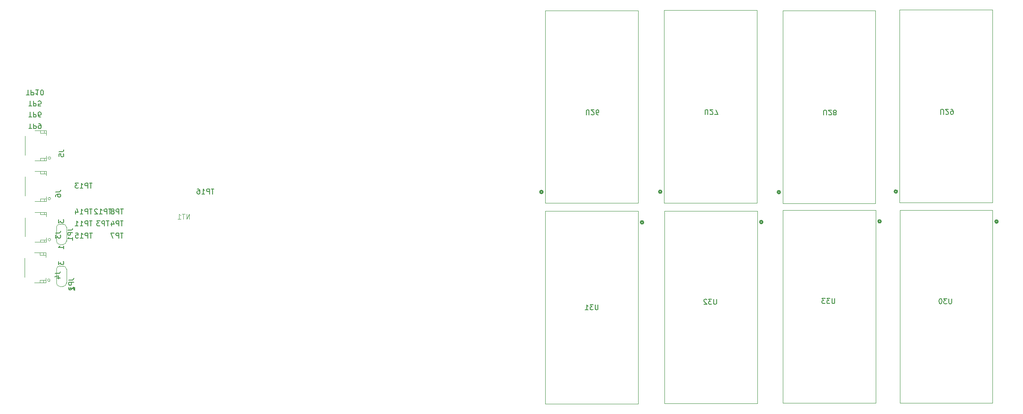
<source format=gbr>
%TF.GenerationSoftware,KiCad,Pcbnew,(6.0.10-0)*%
%TF.CreationDate,2023-02-23T20:38:25-08:00*%
%TF.ProjectId,1.0,312e302e-6b69-4636-9164-5f7063625858,rev?*%
%TF.SameCoordinates,Original*%
%TF.FileFunction,Legend,Bot*%
%TF.FilePolarity,Positive*%
%FSLAX46Y46*%
G04 Gerber Fmt 4.6, Leading zero omitted, Abs format (unit mm)*
G04 Created by KiCad (PCBNEW (6.0.10-0)) date 2023-02-23 20:38:25*
%MOMM*%
%LPD*%
G01*
G04 APERTURE LIST*
%ADD10C,0.150000*%
%ADD11C,0.100000*%
%ADD12C,0.120000*%
%ADD13C,0.300000*%
G04 APERTURE END LIST*
D10*
%TO.C,TP11*%
X164938095Y-142962380D02*
X164366666Y-142962380D01*
X164652380Y-143962380D02*
X164652380Y-142962380D01*
X164033333Y-143962380D02*
X164033333Y-142962380D01*
X163652380Y-142962380D01*
X163557142Y-143010000D01*
X163509523Y-143057619D01*
X163461904Y-143152857D01*
X163461904Y-143295714D01*
X163509523Y-143390952D01*
X163557142Y-143438571D01*
X163652380Y-143486190D01*
X164033333Y-143486190D01*
X162509523Y-143962380D02*
X163080952Y-143962380D01*
X162795238Y-143962380D02*
X162795238Y-142962380D01*
X162890476Y-143105238D01*
X162985714Y-143200476D01*
X163080952Y-143248095D01*
X161557142Y-143962380D02*
X162128571Y-143962380D01*
X161842857Y-143962380D02*
X161842857Y-142962380D01*
X161938095Y-143105238D01*
X162033333Y-143200476D01*
X162128571Y-143248095D01*
%TO.C,J4*%
X157552380Y-153466666D02*
X158266666Y-153466666D01*
X158409523Y-153419047D01*
X158504761Y-153323809D01*
X158552380Y-153180952D01*
X158552380Y-153085714D01*
X157885714Y-154371428D02*
X158552380Y-154371428D01*
X157504761Y-154133333D02*
X158219047Y-153895238D01*
X158219047Y-154514285D01*
%TO.C,U27*%
X287222735Y-121712619D02*
X287222735Y-120903095D01*
X287270354Y-120807857D01*
X287317973Y-120760238D01*
X287413211Y-120712619D01*
X287603688Y-120712619D01*
X287698926Y-120760238D01*
X287746545Y-120807857D01*
X287794164Y-120903095D01*
X287794164Y-121712619D01*
X288222735Y-121617380D02*
X288270354Y-121665000D01*
X288365592Y-121712619D01*
X288603688Y-121712619D01*
X288698926Y-121665000D01*
X288746545Y-121617380D01*
X288794164Y-121522142D01*
X288794164Y-121426904D01*
X288746545Y-121284047D01*
X288175116Y-120712619D01*
X288794164Y-120712619D01*
X289127497Y-121712619D02*
X289794164Y-121712619D01*
X289365592Y-120712619D01*
%TO.C,U32*%
X289507264Y-158597380D02*
X289507264Y-159406904D01*
X289459645Y-159502142D01*
X289412026Y-159549761D01*
X289316788Y-159597380D01*
X289126311Y-159597380D01*
X289031073Y-159549761D01*
X288983454Y-159502142D01*
X288935835Y-159406904D01*
X288935835Y-158597380D01*
X288554883Y-158597380D02*
X287935835Y-158597380D01*
X288269169Y-158978333D01*
X288126311Y-158978333D01*
X288031073Y-159025952D01*
X287983454Y-159073571D01*
X287935835Y-159168809D01*
X287935835Y-159406904D01*
X287983454Y-159502142D01*
X288031073Y-159549761D01*
X288126311Y-159597380D01*
X288412026Y-159597380D01*
X288507264Y-159549761D01*
X288554883Y-159502142D01*
X287554883Y-158692619D02*
X287507264Y-158645000D01*
X287412026Y-158597380D01*
X287173930Y-158597380D01*
X287078692Y-158645000D01*
X287031073Y-158692619D01*
X286983454Y-158787857D01*
X286983454Y-158883095D01*
X287031073Y-159025952D01*
X287602502Y-159597380D01*
X286983454Y-159597380D01*
%TO.C,U33*%
X313107264Y-158447380D02*
X313107264Y-159256904D01*
X313059645Y-159352142D01*
X313012026Y-159399761D01*
X312916788Y-159447380D01*
X312726311Y-159447380D01*
X312631073Y-159399761D01*
X312583454Y-159352142D01*
X312535835Y-159256904D01*
X312535835Y-158447380D01*
X312154883Y-158447380D02*
X311535835Y-158447380D01*
X311869169Y-158828333D01*
X311726311Y-158828333D01*
X311631073Y-158875952D01*
X311583454Y-158923571D01*
X311535835Y-159018809D01*
X311535835Y-159256904D01*
X311583454Y-159352142D01*
X311631073Y-159399761D01*
X311726311Y-159447380D01*
X312012026Y-159447380D01*
X312107264Y-159399761D01*
X312154883Y-159352142D01*
X311202502Y-158447380D02*
X310583454Y-158447380D01*
X310916788Y-158828333D01*
X310773930Y-158828333D01*
X310678692Y-158875952D01*
X310631073Y-158923571D01*
X310583454Y-159018809D01*
X310583454Y-159256904D01*
X310631073Y-159352142D01*
X310678692Y-159399761D01*
X310773930Y-159447380D01*
X311059645Y-159447380D01*
X311154883Y-159399761D01*
X311202502Y-159352142D01*
%TO.C,U31*%
X265858926Y-159707380D02*
X265858926Y-160516904D01*
X265811307Y-160612142D01*
X265763688Y-160659761D01*
X265668450Y-160707380D01*
X265477973Y-160707380D01*
X265382735Y-160659761D01*
X265335116Y-160612142D01*
X265287497Y-160516904D01*
X265287497Y-159707380D01*
X264906545Y-159707380D02*
X264287497Y-159707380D01*
X264620831Y-160088333D01*
X264477973Y-160088333D01*
X264382735Y-160135952D01*
X264335116Y-160183571D01*
X264287497Y-160278809D01*
X264287497Y-160516904D01*
X264335116Y-160612142D01*
X264382735Y-160659761D01*
X264477973Y-160707380D01*
X264763688Y-160707380D01*
X264858926Y-160659761D01*
X264906545Y-160612142D01*
X263335116Y-160707380D02*
X263906545Y-160707380D01*
X263620831Y-160707380D02*
X263620831Y-159707380D01*
X263716069Y-159850238D01*
X263811307Y-159945476D01*
X263906545Y-159993095D01*
%TO.C,JP2*%
X160264880Y-154766666D02*
X160979166Y-154766666D01*
X161122023Y-154719047D01*
X161217261Y-154623809D01*
X161264880Y-154480952D01*
X161264880Y-154385714D01*
X161264880Y-155242857D02*
X160264880Y-155242857D01*
X160264880Y-155623809D01*
X160312500Y-155719047D01*
X160360119Y-155766666D01*
X160455357Y-155814285D01*
X160598214Y-155814285D01*
X160693452Y-155766666D01*
X160741071Y-155719047D01*
X160788690Y-155623809D01*
X160788690Y-155242857D01*
X160360119Y-156195238D02*
X160312500Y-156242857D01*
X160264880Y-156338095D01*
X160264880Y-156576190D01*
X160312500Y-156671428D01*
X160360119Y-156719047D01*
X160455357Y-156766666D01*
X160550595Y-156766666D01*
X160693452Y-156719047D01*
X161264880Y-156147619D01*
X161264880Y-156766666D01*
X158252380Y-151066666D02*
X158252380Y-151685714D01*
X158633333Y-151352380D01*
X158633333Y-151495238D01*
X158680952Y-151590476D01*
X158728571Y-151638095D01*
X158823809Y-151685714D01*
X159061904Y-151685714D01*
X159157142Y-151638095D01*
X159204761Y-151590476D01*
X159252380Y-151495238D01*
X159252380Y-151209523D01*
X159204761Y-151114285D01*
X159157142Y-151066666D01*
X161452380Y-156785714D02*
X161452380Y-156214285D01*
X161452380Y-156500000D02*
X160452380Y-156500000D01*
X160595238Y-156404761D01*
X160690476Y-156309523D01*
X160738095Y-156214285D01*
%TO.C,TP13*%
X164938095Y-135412380D02*
X164366666Y-135412380D01*
X164652380Y-136412380D02*
X164652380Y-135412380D01*
X164033333Y-136412380D02*
X164033333Y-135412380D01*
X163652380Y-135412380D01*
X163557142Y-135460000D01*
X163509523Y-135507619D01*
X163461904Y-135602857D01*
X163461904Y-135745714D01*
X163509523Y-135840952D01*
X163557142Y-135888571D01*
X163652380Y-135936190D01*
X164033333Y-135936190D01*
X162509523Y-136412380D02*
X163080952Y-136412380D01*
X162795238Y-136412380D02*
X162795238Y-135412380D01*
X162890476Y-135555238D01*
X162985714Y-135650476D01*
X163080952Y-135698095D01*
X162176190Y-135412380D02*
X161557142Y-135412380D01*
X161890476Y-135793333D01*
X161747619Y-135793333D01*
X161652380Y-135840952D01*
X161604761Y-135888571D01*
X161557142Y-135983809D01*
X161557142Y-136221904D01*
X161604761Y-136317142D01*
X161652380Y-136364761D01*
X161747619Y-136412380D01*
X162033333Y-136412380D01*
X162128571Y-136364761D01*
X162176190Y-136317142D01*
D11*
%TO.C,NT1*%
X184342857Y-142552380D02*
X184342857Y-141552380D01*
X183771428Y-142552380D01*
X183771428Y-141552380D01*
X183438095Y-141552380D02*
X182866666Y-141552380D01*
X183152380Y-142552380D02*
X183152380Y-141552380D01*
X182009523Y-142552380D02*
X182580952Y-142552380D01*
X182295238Y-142552380D02*
X182295238Y-141552380D01*
X182390476Y-141695238D01*
X182485714Y-141790476D01*
X182580952Y-141838095D01*
D10*
%TO.C,U29*%
X334238566Y-121652619D02*
X334238566Y-120843095D01*
X334286185Y-120747857D01*
X334333804Y-120700238D01*
X334429042Y-120652619D01*
X334619519Y-120652619D01*
X334714757Y-120700238D01*
X334762376Y-120747857D01*
X334809995Y-120843095D01*
X334809995Y-121652619D01*
X335238566Y-121557380D02*
X335286185Y-121605000D01*
X335381423Y-121652619D01*
X335619519Y-121652619D01*
X335714757Y-121605000D01*
X335762376Y-121557380D01*
X335809995Y-121462142D01*
X335809995Y-121366904D01*
X335762376Y-121224047D01*
X335190947Y-120652619D01*
X335809995Y-120652619D01*
X336286185Y-120652619D02*
X336476662Y-120652619D01*
X336571900Y-120700238D01*
X336619519Y-120747857D01*
X336714757Y-120890714D01*
X336762376Y-121081190D01*
X336762376Y-121462142D01*
X336714757Y-121557380D01*
X336667138Y-121605000D01*
X336571900Y-121652619D01*
X336381423Y-121652619D01*
X336286185Y-121605000D01*
X336238566Y-121557380D01*
X336190947Y-121462142D01*
X336190947Y-121224047D01*
X336238566Y-121128809D01*
X336286185Y-121081190D01*
X336381423Y-121033571D01*
X336571900Y-121033571D01*
X336667138Y-121081190D01*
X336714757Y-121128809D01*
X336762376Y-121224047D01*
%TO.C,U26*%
X263517735Y-121752619D02*
X263517735Y-120943095D01*
X263565354Y-120847857D01*
X263612973Y-120800238D01*
X263708211Y-120752619D01*
X263898688Y-120752619D01*
X263993926Y-120800238D01*
X264041545Y-120847857D01*
X264089164Y-120943095D01*
X264089164Y-121752619D01*
X264517735Y-121657380D02*
X264565354Y-121705000D01*
X264660592Y-121752619D01*
X264898688Y-121752619D01*
X264993926Y-121705000D01*
X265041545Y-121657380D01*
X265089164Y-121562142D01*
X265089164Y-121466904D01*
X265041545Y-121324047D01*
X264470116Y-120752619D01*
X265089164Y-120752619D01*
X265946307Y-121752619D02*
X265755831Y-121752619D01*
X265660592Y-121705000D01*
X265612973Y-121657380D01*
X265517735Y-121514523D01*
X265470116Y-121324047D01*
X265470116Y-120943095D01*
X265517735Y-120847857D01*
X265565354Y-120800238D01*
X265660592Y-120752619D01*
X265851069Y-120752619D01*
X265946307Y-120800238D01*
X265993926Y-120847857D01*
X266041545Y-120943095D01*
X266041545Y-121181190D01*
X265993926Y-121276428D01*
X265946307Y-121324047D01*
X265851069Y-121371666D01*
X265660592Y-121371666D01*
X265565354Y-121324047D01*
X265517735Y-121276428D01*
X265470116Y-121181190D01*
%TO.C,TP5*%
X152298095Y-120007619D02*
X152869523Y-120007619D01*
X152583809Y-119007619D02*
X152583809Y-120007619D01*
X153202857Y-119007619D02*
X153202857Y-120007619D01*
X153583809Y-120007619D01*
X153679047Y-119960000D01*
X153726666Y-119912380D01*
X153774285Y-119817142D01*
X153774285Y-119674285D01*
X153726666Y-119579047D01*
X153679047Y-119531428D01*
X153583809Y-119483809D01*
X153202857Y-119483809D01*
X154679047Y-120007619D02*
X154202857Y-120007619D01*
X154155238Y-119531428D01*
X154202857Y-119579047D01*
X154298095Y-119626666D01*
X154536190Y-119626666D01*
X154631428Y-119579047D01*
X154679047Y-119531428D01*
X154726666Y-119436190D01*
X154726666Y-119198095D01*
X154679047Y-119102857D01*
X154631428Y-119055238D01*
X154536190Y-119007619D01*
X154298095Y-119007619D01*
X154202857Y-119055238D01*
X154155238Y-119102857D01*
%TO.C,TP6*%
X152298095Y-122207619D02*
X152869523Y-122207619D01*
X152583809Y-121207619D02*
X152583809Y-122207619D01*
X153202857Y-121207619D02*
X153202857Y-122207619D01*
X153583809Y-122207619D01*
X153679047Y-122160000D01*
X153726666Y-122112380D01*
X153774285Y-122017142D01*
X153774285Y-121874285D01*
X153726666Y-121779047D01*
X153679047Y-121731428D01*
X153583809Y-121683809D01*
X153202857Y-121683809D01*
X154631428Y-122207619D02*
X154440952Y-122207619D01*
X154345714Y-122160000D01*
X154298095Y-122112380D01*
X154202857Y-121969523D01*
X154155238Y-121779047D01*
X154155238Y-121398095D01*
X154202857Y-121302857D01*
X154250476Y-121255238D01*
X154345714Y-121207619D01*
X154536190Y-121207619D01*
X154631428Y-121255238D01*
X154679047Y-121302857D01*
X154726666Y-121398095D01*
X154726666Y-121636190D01*
X154679047Y-121731428D01*
X154631428Y-121779047D01*
X154536190Y-121826666D01*
X154345714Y-121826666D01*
X154250476Y-121779047D01*
X154202857Y-121731428D01*
X154155238Y-121636190D01*
%TO.C,TP4*%
X171136904Y-142962380D02*
X170565476Y-142962380D01*
X170851190Y-143962380D02*
X170851190Y-142962380D01*
X170232142Y-143962380D02*
X170232142Y-142962380D01*
X169851190Y-142962380D01*
X169755952Y-143010000D01*
X169708333Y-143057619D01*
X169660714Y-143152857D01*
X169660714Y-143295714D01*
X169708333Y-143390952D01*
X169755952Y-143438571D01*
X169851190Y-143486190D01*
X170232142Y-143486190D01*
X168803571Y-143295714D02*
X168803571Y-143962380D01*
X169041666Y-142914761D02*
X169279761Y-143629047D01*
X168660714Y-143629047D01*
%TO.C,J3*%
X157652380Y-145366666D02*
X158366666Y-145366666D01*
X158509523Y-145319047D01*
X158604761Y-145223809D01*
X158652380Y-145080952D01*
X158652380Y-144985714D01*
X157652380Y-145747619D02*
X157652380Y-146366666D01*
X158033333Y-146033333D01*
X158033333Y-146176190D01*
X158080952Y-146271428D01*
X158128571Y-146319047D01*
X158223809Y-146366666D01*
X158461904Y-146366666D01*
X158557142Y-146319047D01*
X158604761Y-146271428D01*
X158652380Y-146176190D01*
X158652380Y-145890476D01*
X158604761Y-145795238D01*
X158557142Y-145747619D01*
%TO.C,U30*%
X336438095Y-158492380D02*
X336438095Y-159301904D01*
X336390476Y-159397142D01*
X336342857Y-159444761D01*
X336247619Y-159492380D01*
X336057142Y-159492380D01*
X335961904Y-159444761D01*
X335914285Y-159397142D01*
X335866666Y-159301904D01*
X335866666Y-158492380D01*
X335485714Y-158492380D02*
X334866666Y-158492380D01*
X335200000Y-158873333D01*
X335057142Y-158873333D01*
X334961904Y-158920952D01*
X334914285Y-158968571D01*
X334866666Y-159063809D01*
X334866666Y-159301904D01*
X334914285Y-159397142D01*
X334961904Y-159444761D01*
X335057142Y-159492380D01*
X335342857Y-159492380D01*
X335438095Y-159444761D01*
X335485714Y-159397142D01*
X334247619Y-158492380D02*
X334152380Y-158492380D01*
X334057142Y-158540000D01*
X334009523Y-158587619D01*
X333961904Y-158682857D01*
X333914285Y-158873333D01*
X333914285Y-159111428D01*
X333961904Y-159301904D01*
X334009523Y-159397142D01*
X334057142Y-159444761D01*
X334152380Y-159492380D01*
X334247619Y-159492380D01*
X334342857Y-159444761D01*
X334390476Y-159397142D01*
X334438095Y-159301904D01*
X334485714Y-159111428D01*
X334485714Y-158873333D01*
X334438095Y-158682857D01*
X334390476Y-158587619D01*
X334342857Y-158540000D01*
X334247619Y-158492380D01*
%TO.C,TP7*%
X171136904Y-145362380D02*
X170565476Y-145362380D01*
X170851190Y-146362380D02*
X170851190Y-145362380D01*
X170232142Y-146362380D02*
X170232142Y-145362380D01*
X169851190Y-145362380D01*
X169755952Y-145410000D01*
X169708333Y-145457619D01*
X169660714Y-145552857D01*
X169660714Y-145695714D01*
X169708333Y-145790952D01*
X169755952Y-145838571D01*
X169851190Y-145886190D01*
X170232142Y-145886190D01*
X169327380Y-145362380D02*
X168660714Y-145362380D01*
X169089285Y-146362380D01*
%TO.C,TP9*%
X152308095Y-124497619D02*
X152879523Y-124497619D01*
X152593809Y-123497619D02*
X152593809Y-124497619D01*
X153212857Y-123497619D02*
X153212857Y-124497619D01*
X153593809Y-124497619D01*
X153689047Y-124450000D01*
X153736666Y-124402380D01*
X153784285Y-124307142D01*
X153784285Y-124164285D01*
X153736666Y-124069047D01*
X153689047Y-124021428D01*
X153593809Y-123973809D01*
X153212857Y-123973809D01*
X154260476Y-123497619D02*
X154450952Y-123497619D01*
X154546190Y-123545238D01*
X154593809Y-123592857D01*
X154689047Y-123735714D01*
X154736666Y-123926190D01*
X154736666Y-124307142D01*
X154689047Y-124402380D01*
X154641428Y-124450000D01*
X154546190Y-124497619D01*
X154355714Y-124497619D01*
X154260476Y-124450000D01*
X154212857Y-124402380D01*
X154165238Y-124307142D01*
X154165238Y-124069047D01*
X154212857Y-123973809D01*
X154260476Y-123926190D01*
X154355714Y-123878571D01*
X154546190Y-123878571D01*
X154641428Y-123926190D01*
X154689047Y-123973809D01*
X154736666Y-124069047D01*
%TO.C,TP12*%
X168788095Y-140562380D02*
X168216666Y-140562380D01*
X168502380Y-141562380D02*
X168502380Y-140562380D01*
X167883333Y-141562380D02*
X167883333Y-140562380D01*
X167502380Y-140562380D01*
X167407142Y-140610000D01*
X167359523Y-140657619D01*
X167311904Y-140752857D01*
X167311904Y-140895714D01*
X167359523Y-140990952D01*
X167407142Y-141038571D01*
X167502380Y-141086190D01*
X167883333Y-141086190D01*
X166359523Y-141562380D02*
X166930952Y-141562380D01*
X166645238Y-141562380D02*
X166645238Y-140562380D01*
X166740476Y-140705238D01*
X166835714Y-140800476D01*
X166930952Y-140848095D01*
X165978571Y-140657619D02*
X165930952Y-140610000D01*
X165835714Y-140562380D01*
X165597619Y-140562380D01*
X165502380Y-140610000D01*
X165454761Y-140657619D01*
X165407142Y-140752857D01*
X165407142Y-140848095D01*
X165454761Y-140990952D01*
X166026190Y-141562380D01*
X165407142Y-141562380D01*
%TO.C,TP3*%
X168311904Y-142962380D02*
X167740476Y-142962380D01*
X168026190Y-143962380D02*
X168026190Y-142962380D01*
X167407142Y-143962380D02*
X167407142Y-142962380D01*
X167026190Y-142962380D01*
X166930952Y-143010000D01*
X166883333Y-143057619D01*
X166835714Y-143152857D01*
X166835714Y-143295714D01*
X166883333Y-143390952D01*
X166930952Y-143438571D01*
X167026190Y-143486190D01*
X167407142Y-143486190D01*
X166502380Y-142962380D02*
X165883333Y-142962380D01*
X166216666Y-143343333D01*
X166073809Y-143343333D01*
X165978571Y-143390952D01*
X165930952Y-143438571D01*
X165883333Y-143533809D01*
X165883333Y-143771904D01*
X165930952Y-143867142D01*
X165978571Y-143914761D01*
X166073809Y-143962380D01*
X166359523Y-143962380D01*
X166454761Y-143914761D01*
X166502380Y-143867142D01*
%TO.C,TP14*%
X164938095Y-140562380D02*
X164366666Y-140562380D01*
X164652380Y-141562380D02*
X164652380Y-140562380D01*
X164033333Y-141562380D02*
X164033333Y-140562380D01*
X163652380Y-140562380D01*
X163557142Y-140610000D01*
X163509523Y-140657619D01*
X163461904Y-140752857D01*
X163461904Y-140895714D01*
X163509523Y-140990952D01*
X163557142Y-141038571D01*
X163652380Y-141086190D01*
X164033333Y-141086190D01*
X162509523Y-141562380D02*
X163080952Y-141562380D01*
X162795238Y-141562380D02*
X162795238Y-140562380D01*
X162890476Y-140705238D01*
X162985714Y-140800476D01*
X163080952Y-140848095D01*
X161652380Y-140895714D02*
X161652380Y-141562380D01*
X161890476Y-140514761D02*
X162128571Y-141229047D01*
X161509523Y-141229047D01*
%TO.C,TP10*%
X151821904Y-117807619D02*
X152393333Y-117807619D01*
X152107619Y-116807619D02*
X152107619Y-117807619D01*
X152726666Y-116807619D02*
X152726666Y-117807619D01*
X153107619Y-117807619D01*
X153202857Y-117760000D01*
X153250476Y-117712380D01*
X153298095Y-117617142D01*
X153298095Y-117474285D01*
X153250476Y-117379047D01*
X153202857Y-117331428D01*
X153107619Y-117283809D01*
X152726666Y-117283809D01*
X154250476Y-116807619D02*
X153679047Y-116807619D01*
X153964761Y-116807619D02*
X153964761Y-117807619D01*
X153869523Y-117664761D01*
X153774285Y-117569523D01*
X153679047Y-117521904D01*
X154869523Y-117807619D02*
X154964761Y-117807619D01*
X155060000Y-117760000D01*
X155107619Y-117712380D01*
X155155238Y-117617142D01*
X155202857Y-117426666D01*
X155202857Y-117188571D01*
X155155238Y-116998095D01*
X155107619Y-116902857D01*
X155060000Y-116855238D01*
X154964761Y-116807619D01*
X154869523Y-116807619D01*
X154774285Y-116855238D01*
X154726666Y-116902857D01*
X154679047Y-116998095D01*
X154631428Y-117188571D01*
X154631428Y-117426666D01*
X154679047Y-117617142D01*
X154726666Y-117712380D01*
X154774285Y-117760000D01*
X154869523Y-117807619D01*
%TO.C,U28*%
X310900242Y-121792619D02*
X310900242Y-120983095D01*
X310947861Y-120887857D01*
X310995480Y-120840238D01*
X311090718Y-120792619D01*
X311281195Y-120792619D01*
X311376433Y-120840238D01*
X311424052Y-120887857D01*
X311471671Y-120983095D01*
X311471671Y-121792619D01*
X311900242Y-121697380D02*
X311947861Y-121745000D01*
X312043099Y-121792619D01*
X312281195Y-121792619D01*
X312376433Y-121745000D01*
X312424052Y-121697380D01*
X312471671Y-121602142D01*
X312471671Y-121506904D01*
X312424052Y-121364047D01*
X311852623Y-120792619D01*
X312471671Y-120792619D01*
X313043099Y-121364047D02*
X312947861Y-121411666D01*
X312900242Y-121459285D01*
X312852623Y-121554523D01*
X312852623Y-121602142D01*
X312900242Y-121697380D01*
X312947861Y-121745000D01*
X313043099Y-121792619D01*
X313233576Y-121792619D01*
X313328814Y-121745000D01*
X313376433Y-121697380D01*
X313424052Y-121602142D01*
X313424052Y-121554523D01*
X313376433Y-121459285D01*
X313328814Y-121411666D01*
X313233576Y-121364047D01*
X313043099Y-121364047D01*
X312947861Y-121316428D01*
X312900242Y-121268809D01*
X312852623Y-121173571D01*
X312852623Y-120983095D01*
X312900242Y-120887857D01*
X312947861Y-120840238D01*
X313043099Y-120792619D01*
X313233576Y-120792619D01*
X313328814Y-120840238D01*
X313376433Y-120887857D01*
X313424052Y-120983095D01*
X313424052Y-121173571D01*
X313376433Y-121268809D01*
X313328814Y-121316428D01*
X313233576Y-121364047D01*
%TO.C,TP15*%
X164963095Y-145362380D02*
X164391666Y-145362380D01*
X164677380Y-146362380D02*
X164677380Y-145362380D01*
X164058333Y-146362380D02*
X164058333Y-145362380D01*
X163677380Y-145362380D01*
X163582142Y-145410000D01*
X163534523Y-145457619D01*
X163486904Y-145552857D01*
X163486904Y-145695714D01*
X163534523Y-145790952D01*
X163582142Y-145838571D01*
X163677380Y-145886190D01*
X164058333Y-145886190D01*
X162534523Y-146362380D02*
X163105952Y-146362380D01*
X162820238Y-146362380D02*
X162820238Y-145362380D01*
X162915476Y-145505238D01*
X163010714Y-145600476D01*
X163105952Y-145648095D01*
X161629761Y-145362380D02*
X162105952Y-145362380D01*
X162153571Y-145838571D01*
X162105952Y-145790952D01*
X162010714Y-145743333D01*
X161772619Y-145743333D01*
X161677380Y-145790952D01*
X161629761Y-145838571D01*
X161582142Y-145933809D01*
X161582142Y-146171904D01*
X161629761Y-146267142D01*
X161677380Y-146314761D01*
X161772619Y-146362380D01*
X162010714Y-146362380D01*
X162105952Y-146314761D01*
X162153571Y-146267142D01*
%TO.C,TP16*%
X189238095Y-136562380D02*
X188666666Y-136562380D01*
X188952380Y-137562380D02*
X188952380Y-136562380D01*
X188333333Y-137562380D02*
X188333333Y-136562380D01*
X187952380Y-136562380D01*
X187857142Y-136610000D01*
X187809523Y-136657619D01*
X187761904Y-136752857D01*
X187761904Y-136895714D01*
X187809523Y-136990952D01*
X187857142Y-137038571D01*
X187952380Y-137086190D01*
X188333333Y-137086190D01*
X186809523Y-137562380D02*
X187380952Y-137562380D01*
X187095238Y-137562380D02*
X187095238Y-136562380D01*
X187190476Y-136705238D01*
X187285714Y-136800476D01*
X187380952Y-136848095D01*
X185952380Y-136562380D02*
X186142857Y-136562380D01*
X186238095Y-136610000D01*
X186285714Y-136657619D01*
X186380952Y-136800476D01*
X186428571Y-136990952D01*
X186428571Y-137371904D01*
X186380952Y-137467142D01*
X186333333Y-137514761D01*
X186238095Y-137562380D01*
X186047619Y-137562380D01*
X185952380Y-137514761D01*
X185904761Y-137467142D01*
X185857142Y-137371904D01*
X185857142Y-137133809D01*
X185904761Y-137038571D01*
X185952380Y-136990952D01*
X186047619Y-136943333D01*
X186238095Y-136943333D01*
X186333333Y-136990952D01*
X186380952Y-137038571D01*
X186428571Y-137133809D01*
%TO.C,J6*%
X157652380Y-137166666D02*
X158366666Y-137166666D01*
X158509523Y-137119047D01*
X158604761Y-137023809D01*
X158652380Y-136880952D01*
X158652380Y-136785714D01*
X157652380Y-138071428D02*
X157652380Y-137880952D01*
X157700000Y-137785714D01*
X157747619Y-137738095D01*
X157890476Y-137642857D01*
X158080952Y-137595238D01*
X158461904Y-137595238D01*
X158557142Y-137642857D01*
X158604761Y-137690476D01*
X158652380Y-137785714D01*
X158652380Y-137976190D01*
X158604761Y-138071428D01*
X158557142Y-138119047D01*
X158461904Y-138166666D01*
X158223809Y-138166666D01*
X158128571Y-138119047D01*
X158080952Y-138071428D01*
X158033333Y-137976190D01*
X158033333Y-137785714D01*
X158080952Y-137690476D01*
X158128571Y-137642857D01*
X158223809Y-137595238D01*
%TO.C,JP1*%
X160052380Y-144791666D02*
X160766666Y-144791666D01*
X160909523Y-144744047D01*
X161004761Y-144648809D01*
X161052380Y-144505952D01*
X161052380Y-144410714D01*
X161052380Y-145267857D02*
X160052380Y-145267857D01*
X160052380Y-145648809D01*
X160100000Y-145744047D01*
X160147619Y-145791666D01*
X160242857Y-145839285D01*
X160385714Y-145839285D01*
X160480952Y-145791666D01*
X160528571Y-145744047D01*
X160576190Y-145648809D01*
X160576190Y-145267857D01*
X161052380Y-146791666D02*
X161052380Y-146220238D01*
X161052380Y-146505952D02*
X160052380Y-146505952D01*
X160195238Y-146410714D01*
X160290476Y-146315476D01*
X160338095Y-146220238D01*
X158252380Y-142691666D02*
X158252380Y-143310714D01*
X158633333Y-142977380D01*
X158633333Y-143120238D01*
X158680952Y-143215476D01*
X158728571Y-143263095D01*
X158823809Y-143310714D01*
X159061904Y-143310714D01*
X159157142Y-143263095D01*
X159204761Y-143215476D01*
X159252380Y-143120238D01*
X159252380Y-142834523D01*
X159204761Y-142739285D01*
X159157142Y-142691666D01*
X159252380Y-148510714D02*
X159252380Y-147939285D01*
X159252380Y-148225000D02*
X158252380Y-148225000D01*
X158395238Y-148129761D01*
X158490476Y-148034523D01*
X158538095Y-147939285D01*
%TO.C,TP8*%
X171161904Y-140587380D02*
X170590476Y-140587380D01*
X170876190Y-141587380D02*
X170876190Y-140587380D01*
X170257142Y-141587380D02*
X170257142Y-140587380D01*
X169876190Y-140587380D01*
X169780952Y-140635000D01*
X169733333Y-140682619D01*
X169685714Y-140777857D01*
X169685714Y-140920714D01*
X169733333Y-141015952D01*
X169780952Y-141063571D01*
X169876190Y-141111190D01*
X170257142Y-141111190D01*
X169114285Y-141015952D02*
X169209523Y-140968333D01*
X169257142Y-140920714D01*
X169304761Y-140825476D01*
X169304761Y-140777857D01*
X169257142Y-140682619D01*
X169209523Y-140635000D01*
X169114285Y-140587380D01*
X168923809Y-140587380D01*
X168828571Y-140635000D01*
X168780952Y-140682619D01*
X168733333Y-140777857D01*
X168733333Y-140825476D01*
X168780952Y-140920714D01*
X168828571Y-140968333D01*
X168923809Y-141015952D01*
X169114285Y-141015952D01*
X169209523Y-141063571D01*
X169257142Y-141111190D01*
X169304761Y-141206428D01*
X169304761Y-141396904D01*
X169257142Y-141492142D01*
X169209523Y-141539761D01*
X169114285Y-141587380D01*
X168923809Y-141587380D01*
X168828571Y-141539761D01*
X168780952Y-141492142D01*
X168733333Y-141396904D01*
X168733333Y-141206428D01*
X168780952Y-141111190D01*
X168828571Y-141063571D01*
X168923809Y-141015952D01*
%TO.C,J5*%
X158277380Y-129116666D02*
X158991666Y-129116666D01*
X159134523Y-129069047D01*
X159229761Y-128973809D01*
X159277380Y-128830952D01*
X159277380Y-128735714D01*
X158277380Y-130069047D02*
X158277380Y-129592857D01*
X158753571Y-129545238D01*
X158705952Y-129592857D01*
X158658333Y-129688095D01*
X158658333Y-129926190D01*
X158705952Y-130021428D01*
X158753571Y-130069047D01*
X158848809Y-130116666D01*
X159086904Y-130116666D01*
X159182142Y-130069047D01*
X159229761Y-130021428D01*
X159277380Y-129926190D01*
X159277380Y-129688095D01*
X159229761Y-129592857D01*
X159182142Y-129545238D01*
D12*
%TO.C,J4*%
X154512500Y-154800000D02*
X154512500Y-154800000D01*
X155212500Y-154800000D02*
X155212500Y-155300000D01*
X155712500Y-149300000D02*
X155712500Y-150200000D01*
X155212500Y-149800000D02*
X155212500Y-149300000D01*
X155212500Y-155300000D02*
X155212500Y-154800000D01*
X155712500Y-149800000D02*
X154512500Y-149800000D01*
X154512500Y-154800000D02*
X154512500Y-154800000D01*
X154512500Y-149300000D02*
X154512500Y-149800000D01*
X155712500Y-149800000D02*
X155712500Y-149800000D01*
X154512500Y-149800000D02*
X155712500Y-149800000D01*
X155212500Y-149800000D02*
X155212500Y-149800000D01*
X151462500Y-154200000D02*
X151462500Y-150400000D01*
X154512500Y-149300000D02*
X154512500Y-149300000D01*
X155712500Y-154800000D02*
X155712500Y-154800000D01*
X154512500Y-154800000D02*
X155712500Y-154800000D01*
X153362500Y-149300000D02*
X155712500Y-149300000D01*
X154512500Y-155300000D02*
X154512500Y-154800000D01*
X155212500Y-155300000D02*
X155212500Y-155300000D01*
X154512500Y-149800000D02*
X154512500Y-149300000D01*
X155212500Y-149300000D02*
X155212500Y-149300000D01*
X154512500Y-149800000D02*
X154512500Y-149800000D01*
X155212500Y-154800000D02*
X155212500Y-154800000D01*
X154512500Y-149800000D02*
X154512500Y-149800000D01*
X155712500Y-154800000D02*
X154512500Y-154800000D01*
X155212500Y-149300000D02*
X155212500Y-149800000D01*
X154512500Y-154800000D02*
X154512500Y-155300000D01*
X153362500Y-155300000D02*
X155712500Y-155300000D01*
X155712500Y-155300000D02*
X155712500Y-154400000D01*
X154512500Y-155300000D02*
X154512500Y-155300000D01*
X156537500Y-154800000D02*
G75*
G03*
X156537500Y-154800000I-250000J0D01*
G01*
%TO.C,U27*%
X279060831Y-139355000D02*
X297560831Y-139355000D01*
X297560831Y-139355000D02*
X297560831Y-100855000D01*
X297560831Y-100855000D02*
X279060831Y-100855000D01*
X279060831Y-100855000D02*
X279060831Y-139355000D01*
D13*
X278552493Y-137125000D02*
G75*
G03*
X278552493Y-137125000I-271662J0D01*
G01*
D12*
%TO.C,U32*%
X297669169Y-140955000D02*
X279169169Y-140955000D01*
X279169169Y-140955000D02*
X279169169Y-179455000D01*
X279169169Y-179455000D02*
X297669169Y-179455000D01*
X297669169Y-179455000D02*
X297669169Y-140955000D01*
D13*
X298720831Y-143185000D02*
G75*
G03*
X298720831Y-143185000I-271662J0D01*
G01*
D12*
%TO.C,U33*%
X321269169Y-140805000D02*
X302769169Y-140805000D01*
X302769169Y-140805000D02*
X302769169Y-179305000D01*
X302769169Y-179305000D02*
X321269169Y-179305000D01*
X321269169Y-179305000D02*
X321269169Y-140805000D01*
D13*
X322320831Y-143035000D02*
G75*
G03*
X322320831Y-143035000I-271662J0D01*
G01*
D12*
%TO.C,U31*%
X273870831Y-141005000D02*
X255370831Y-141005000D01*
X255370831Y-141005000D02*
X255370831Y-179505000D01*
X255370831Y-179505000D02*
X273870831Y-179505000D01*
X273870831Y-179505000D02*
X273870831Y-141005000D01*
D13*
X274922493Y-143235000D02*
G75*
G03*
X274922493Y-143235000I-271662J0D01*
G01*
D12*
%TO.C,JP2*%
X159800000Y-155400000D02*
X159800000Y-152600000D01*
X158500000Y-156050000D02*
X159100000Y-156050000D01*
X159100000Y-151950000D02*
X158500000Y-151950000D01*
X157800000Y-152600000D02*
X157800000Y-155400000D01*
X159100000Y-156050000D02*
G75*
G03*
X159800000Y-155350000I1J699999D01*
G01*
X157800000Y-155350000D02*
G75*
G03*
X158500000Y-156050000I699999J-1D01*
G01*
X159800000Y-152650000D02*
G75*
G03*
X159100000Y-151950000I-700000J0D01*
G01*
X158500000Y-151950000D02*
G75*
G03*
X157800000Y-152650000I0J-700000D01*
G01*
%TO.C,U29*%
X326076662Y-139295000D02*
X344576662Y-139295000D01*
X344576662Y-139295000D02*
X344576662Y-100795000D01*
X344576662Y-100795000D02*
X326076662Y-100795000D01*
X326076662Y-100795000D02*
X326076662Y-139295000D01*
D13*
X325568324Y-137065000D02*
G75*
G03*
X325568324Y-137065000I-271662J0D01*
G01*
D12*
%TO.C,U26*%
X255355831Y-139395000D02*
X273855831Y-139395000D01*
X273855831Y-139395000D02*
X273855831Y-100895000D01*
X273855831Y-100895000D02*
X255355831Y-100895000D01*
X255355831Y-100895000D02*
X255355831Y-139395000D01*
D13*
X254847493Y-137165000D02*
G75*
G03*
X254847493Y-137165000I-271662J0D01*
G01*
D12*
%TO.C,J3*%
X154612500Y-146700000D02*
X155812500Y-146700000D01*
X155312500Y-146700000D02*
X155312500Y-147200000D01*
X154612500Y-147200000D02*
X154612500Y-146700000D01*
X155812500Y-146700000D02*
X155812500Y-146700000D01*
X155312500Y-146700000D02*
X155312500Y-146700000D01*
X155812500Y-141700000D02*
X155812500Y-141700000D01*
X153462500Y-147200000D02*
X155812500Y-147200000D01*
X153462500Y-141200000D02*
X155812500Y-141200000D01*
X154612500Y-141700000D02*
X154612500Y-141700000D01*
X155312500Y-147200000D02*
X155312500Y-146700000D01*
X154612500Y-146700000D02*
X154612500Y-147200000D01*
X154612500Y-146700000D02*
X154612500Y-146700000D01*
X155812500Y-147200000D02*
X155812500Y-146300000D01*
X155812500Y-146700000D02*
X154612500Y-146700000D01*
X155312500Y-141200000D02*
X155312500Y-141700000D01*
X154612500Y-141200000D02*
X154612500Y-141200000D01*
X155312500Y-141200000D02*
X155312500Y-141200000D01*
X151562500Y-146100000D02*
X151562500Y-142300000D01*
X154612500Y-141700000D02*
X154612500Y-141700000D01*
X154612500Y-141700000D02*
X155812500Y-141700000D01*
X155812500Y-141200000D02*
X155812500Y-142100000D01*
X154612500Y-141700000D02*
X154612500Y-141200000D01*
X155312500Y-141700000D02*
X155312500Y-141200000D01*
X154612500Y-147200000D02*
X154612500Y-147200000D01*
X155812500Y-141700000D02*
X154612500Y-141700000D01*
X155312500Y-141700000D02*
X155312500Y-141700000D01*
X154612500Y-141200000D02*
X154612500Y-141700000D01*
X155312500Y-147200000D02*
X155312500Y-147200000D01*
X154612500Y-146700000D02*
X154612500Y-146700000D01*
X156637500Y-146700000D02*
G75*
G03*
X156637500Y-146700000I-250000J0D01*
G01*
%TO.C,U30*%
X344600000Y-140850000D02*
X326100000Y-140850000D01*
X326100000Y-140850000D02*
X326100000Y-179350000D01*
X326100000Y-179350000D02*
X344600000Y-179350000D01*
X344600000Y-179350000D02*
X344600000Y-140850000D01*
D13*
X345651662Y-143080000D02*
G75*
G03*
X345651662Y-143080000I-271662J0D01*
G01*
D12*
%TO.C,U28*%
X302738338Y-139435000D02*
X321238338Y-139435000D01*
X321238338Y-139435000D02*
X321238338Y-100935000D01*
X321238338Y-100935000D02*
X302738338Y-100935000D01*
X302738338Y-100935000D02*
X302738338Y-139435000D01*
D13*
X302230000Y-137205000D02*
G75*
G03*
X302230000Y-137205000I-271662J0D01*
G01*
D12*
%TO.C,J6*%
X155812500Y-138500000D02*
X154612500Y-138500000D01*
X155312500Y-138500000D02*
X155312500Y-138500000D01*
X154612500Y-139000000D02*
X154612500Y-139000000D01*
X151562500Y-137900000D02*
X151562500Y-134100000D01*
X155312500Y-133000000D02*
X155312500Y-133000000D01*
X155312500Y-138500000D02*
X155312500Y-139000000D01*
X154612500Y-133500000D02*
X154612500Y-133000000D01*
X155812500Y-133000000D02*
X155812500Y-133900000D01*
X153462500Y-133000000D02*
X155812500Y-133000000D01*
X155812500Y-133500000D02*
X154612500Y-133500000D01*
X154612500Y-138500000D02*
X154612500Y-138500000D01*
X155812500Y-139000000D02*
X155812500Y-138100000D01*
X154612500Y-133000000D02*
X154612500Y-133000000D01*
X154612500Y-138500000D02*
X154612500Y-138500000D01*
X154612500Y-133500000D02*
X155812500Y-133500000D01*
X154612500Y-133500000D02*
X154612500Y-133500000D01*
X154612500Y-133500000D02*
X154612500Y-133500000D01*
X154612500Y-133000000D02*
X154612500Y-133500000D01*
X155312500Y-139000000D02*
X155312500Y-138500000D01*
X155312500Y-133500000D02*
X155312500Y-133000000D01*
X154612500Y-138500000D02*
X155812500Y-138500000D01*
X155812500Y-138500000D02*
X155812500Y-138500000D01*
X155312500Y-133000000D02*
X155312500Y-133500000D01*
X155812500Y-133500000D02*
X155812500Y-133500000D01*
X155312500Y-139000000D02*
X155312500Y-139000000D01*
X154612500Y-138500000D02*
X154612500Y-139000000D01*
X155312500Y-133500000D02*
X155312500Y-133500000D01*
X154612500Y-139000000D02*
X154612500Y-138500000D01*
X153462500Y-139000000D02*
X155812500Y-139000000D01*
X156637500Y-138500000D02*
G75*
G03*
X156637500Y-138500000I-250000J0D01*
G01*
%TO.C,JP1*%
X158500000Y-147675000D02*
X159100000Y-147675000D01*
X159100000Y-143575000D02*
X158500000Y-143575000D01*
X157800000Y-144225000D02*
X157800000Y-147025000D01*
X159800000Y-147025000D02*
X159800000Y-144225000D01*
X157800000Y-146975000D02*
G75*
G03*
X158500000Y-147675000I699999J-1D01*
G01*
X159100000Y-147675000D02*
G75*
G03*
X159800000Y-146975000I1J699999D01*
G01*
X159800000Y-144275000D02*
G75*
G03*
X159100000Y-143575000I-700000J0D01*
G01*
X158500000Y-143575000D02*
G75*
G03*
X157800000Y-144275000I0J-700000D01*
G01*
%TO.C,J5*%
X154612500Y-124900000D02*
X154612500Y-124900000D01*
X155812500Y-130400000D02*
X155812500Y-130400000D01*
X155312500Y-124900000D02*
X155312500Y-125400000D01*
X153462500Y-130900000D02*
X155812500Y-130900000D01*
X155812500Y-130400000D02*
X154612500Y-130400000D01*
X155312500Y-125400000D02*
X155312500Y-124900000D01*
X154612500Y-130400000D02*
X154612500Y-130400000D01*
X154612500Y-130400000D02*
X155812500Y-130400000D01*
X154612500Y-125400000D02*
X154612500Y-124900000D01*
X155312500Y-125400000D02*
X155312500Y-125400000D01*
X155812500Y-124900000D02*
X155812500Y-125800000D01*
X155312500Y-130400000D02*
X155312500Y-130400000D01*
X154612500Y-130900000D02*
X154612500Y-130400000D01*
X155312500Y-130400000D02*
X155312500Y-130900000D01*
X155812500Y-125400000D02*
X154612500Y-125400000D01*
X153462500Y-124900000D02*
X155812500Y-124900000D01*
X154612500Y-130400000D02*
X154612500Y-130900000D01*
X154612500Y-124900000D02*
X154612500Y-125400000D01*
X154612500Y-125400000D02*
X154612500Y-125400000D01*
X154612500Y-130400000D02*
X154612500Y-130400000D01*
X155812500Y-130900000D02*
X155812500Y-130000000D01*
X155312500Y-130900000D02*
X155312500Y-130400000D01*
X155312500Y-130900000D02*
X155312500Y-130900000D01*
X151562500Y-129800000D02*
X151562500Y-126000000D01*
X155312500Y-124900000D02*
X155312500Y-124900000D01*
X155812500Y-125400000D02*
X155812500Y-125400000D01*
X154612500Y-125400000D02*
X155812500Y-125400000D01*
X154612500Y-130900000D02*
X154612500Y-130900000D01*
X154612500Y-125400000D02*
X154612500Y-125400000D01*
X156637500Y-130400000D02*
G75*
G03*
X156637500Y-130400000I-250000J0D01*
G01*
%TD*%
M02*

</source>
